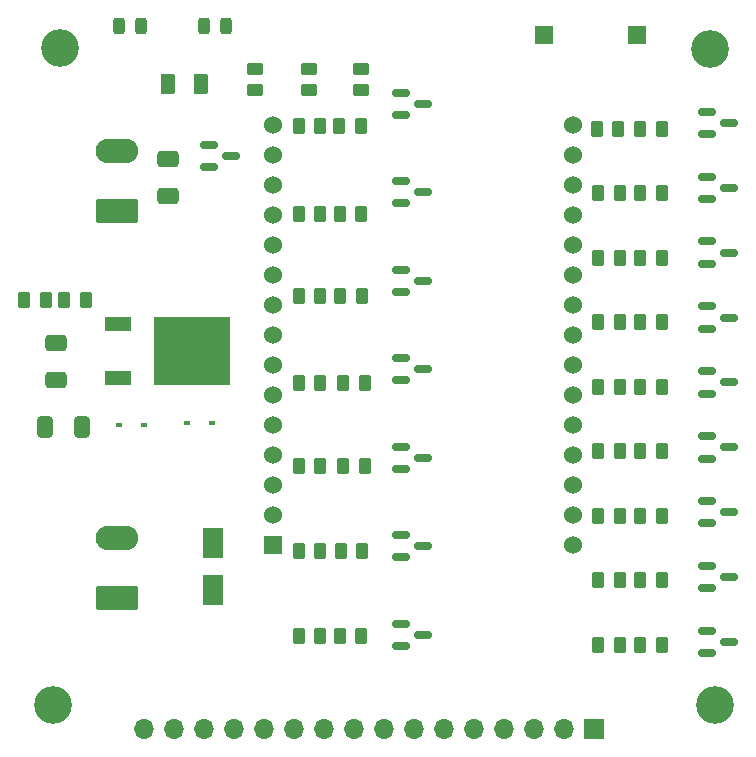
<source format=gbr>
%TF.GenerationSoftware,KiCad,Pcbnew,(6.0.10)*%
%TF.CreationDate,2023-04-05T19:00:52-05:00*%
%TF.ProjectId,pwm_pcb_v2,70776d5f-7063-4625-9f76-322e6b696361,rev?*%
%TF.SameCoordinates,Original*%
%TF.FileFunction,Soldermask,Top*%
%TF.FilePolarity,Negative*%
%FSLAX46Y46*%
G04 Gerber Fmt 4.6, Leading zero omitted, Abs format (unit mm)*
G04 Created by KiCad (PCBNEW (6.0.10)) date 2023-04-05 19:00:52*
%MOMM*%
%LPD*%
G01*
G04 APERTURE LIST*
G04 Aperture macros list*
%AMRoundRect*
0 Rectangle with rounded corners*
0 $1 Rounding radius*
0 $2 $3 $4 $5 $6 $7 $8 $9 X,Y pos of 4 corners*
0 Add a 4 corners polygon primitive as box body*
4,1,4,$2,$3,$4,$5,$6,$7,$8,$9,$2,$3,0*
0 Add four circle primitives for the rounded corners*
1,1,$1+$1,$2,$3*
1,1,$1+$1,$4,$5*
1,1,$1+$1,$6,$7*
1,1,$1+$1,$8,$9*
0 Add four rect primitives between the rounded corners*
20,1,$1+$1,$2,$3,$4,$5,0*
20,1,$1+$1,$4,$5,$6,$7,0*
20,1,$1+$1,$6,$7,$8,$9,0*
20,1,$1+$1,$8,$9,$2,$3,0*%
G04 Aperture macros list end*
%ADD10RoundRect,0.243750X0.243750X0.456250X-0.243750X0.456250X-0.243750X-0.456250X0.243750X-0.456250X0*%
%ADD11RoundRect,0.250000X-0.262500X-0.450000X0.262500X-0.450000X0.262500X0.450000X-0.262500X0.450000X0*%
%ADD12RoundRect,0.250000X0.412500X0.650000X-0.412500X0.650000X-0.412500X-0.650000X0.412500X-0.650000X0*%
%ADD13RoundRect,0.250000X0.262500X0.450000X-0.262500X0.450000X-0.262500X-0.450000X0.262500X-0.450000X0*%
%ADD14RoundRect,0.250000X0.450000X-0.262500X0.450000X0.262500X-0.450000X0.262500X-0.450000X-0.262500X0*%
%ADD15RoundRect,0.150000X-0.587500X-0.150000X0.587500X-0.150000X0.587500X0.150000X-0.587500X0.150000X0*%
%ADD16C,3.200000*%
%ADD17R,0.600000X0.450000*%
%ADD18RoundRect,0.250000X0.650000X-0.412500X0.650000X0.412500X-0.650000X0.412500X-0.650000X-0.412500X0*%
%ADD19R,1.800000X2.500000*%
%ADD20R,2.200000X1.200000*%
%ADD21R,6.400000X5.800000*%
%ADD22R,1.500000X1.500000*%
%ADD23RoundRect,0.250000X0.375000X0.625000X-0.375000X0.625000X-0.375000X-0.625000X0.375000X-0.625000X0*%
%ADD24R,1.700000X1.700000*%
%ADD25O,1.700000X1.700000*%
%ADD26RoundRect,0.249999X1.550001X-0.790001X1.550001X0.790001X-1.550001X0.790001X-1.550001X-0.790001X0*%
%ADD27O,3.600000X2.080000*%
%ADD28R,1.524000X1.524000*%
%ADD29C,1.524000*%
G04 APERTURE END LIST*
D10*
%TO.C,D2*%
X107137500Y-53000000D03*
X105262500Y-53000000D03*
%TD*%
%TO.C,D1*%
X99937500Y-53000000D03*
X98062500Y-53000000D03*
%TD*%
D11*
%TO.C,R13*%
X138637000Y-72644000D03*
X140462000Y-72644000D03*
%TD*%
D12*
%TO.C,C2*%
X94950000Y-87000000D03*
X91825000Y-87000000D03*
%TD*%
D11*
%TO.C,R26*%
X113291500Y-90254700D03*
X115116500Y-90254700D03*
%TD*%
D13*
%TO.C,R12*%
X144018000Y-67183000D03*
X142193000Y-67183000D03*
%TD*%
%TO.C,R7*%
X118545500Y-61468000D03*
X116720500Y-61468000D03*
%TD*%
D11*
%TO.C,R30*%
X113291500Y-104648000D03*
X115116500Y-104648000D03*
%TD*%
%TO.C,R17*%
X138637000Y-89027000D03*
X140462000Y-89027000D03*
%TD*%
D14*
%TO.C,R35*%
X118600000Y-58443500D03*
X118600000Y-56618500D03*
%TD*%
D11*
%TO.C,R25*%
X113291500Y-97451300D03*
X115116500Y-97451300D03*
%TD*%
D15*
%TO.C,Q1*%
X147858000Y-76742200D03*
X147858000Y-78642200D03*
X149733000Y-77692200D03*
%TD*%
D13*
%TO.C,R11*%
X144018000Y-61722000D03*
X142193000Y-61722000D03*
%TD*%
D16*
%TO.C,MH1*%
X93091000Y-54864000D03*
%TD*%
D17*
%TO.C,D3*%
X103850000Y-86600000D03*
X105950000Y-86600000D03*
%TD*%
D18*
%TO.C,C1*%
X102200000Y-67362500D03*
X102200000Y-64237500D03*
%TD*%
D15*
%TO.C,Q17*%
X105662500Y-63050000D03*
X105662500Y-64950000D03*
X107537500Y-64000000D03*
%TD*%
D11*
%TO.C,R14*%
X138637000Y-83566000D03*
X140462000Y-83566000D03*
%TD*%
D13*
%TO.C,R37*%
X91862500Y-76200000D03*
X90037500Y-76200000D03*
%TD*%
%TO.C,R36*%
X95262500Y-76200000D03*
X93437500Y-76200000D03*
%TD*%
D11*
%TO.C,R29*%
X113291500Y-83195500D03*
X115116500Y-83195500D03*
%TD*%
D15*
%TO.C,Q15*%
X121950000Y-81120000D03*
X121950000Y-83020000D03*
X123825000Y-82070000D03*
%TD*%
D17*
%TO.C,D5*%
X100200000Y-86800000D03*
X98100000Y-86800000D03*
%TD*%
D13*
%TO.C,R8*%
X118618000Y-75861300D03*
X116793000Y-75861300D03*
%TD*%
D15*
%TO.C,Q16*%
X121950000Y-103599000D03*
X121950000Y-105499000D03*
X123825000Y-104549000D03*
%TD*%
%TO.C,Q3*%
X121950000Y-58641000D03*
X121950000Y-60541000D03*
X123825000Y-59591000D03*
%TD*%
%TO.C,Q9*%
X147858000Y-87727700D03*
X147858000Y-89627700D03*
X149733000Y-88677700D03*
%TD*%
%TO.C,Q13*%
X121950000Y-96106000D03*
X121950000Y-98006000D03*
X123825000Y-97056000D03*
%TD*%
D13*
%TO.C,R20*%
X144018000Y-94488000D03*
X142193000Y-94488000D03*
%TD*%
D11*
%TO.C,R10*%
X138637000Y-67183000D03*
X140462000Y-67183000D03*
%TD*%
D13*
%TO.C,R16*%
X144018000Y-83566000D03*
X142193000Y-83566000D03*
%TD*%
D14*
%TO.C,R33*%
X109600000Y-58467000D03*
X109600000Y-56642000D03*
%TD*%
D15*
%TO.C,Q12*%
X147858000Y-104206000D03*
X147858000Y-106106000D03*
X149733000Y-105156000D03*
%TD*%
D13*
%TO.C,R28*%
X118872000Y-90254700D03*
X117047000Y-90254700D03*
%TD*%
D15*
%TO.C,Q6*%
X147858000Y-65756700D03*
X147858000Y-67656700D03*
X149733000Y-66706700D03*
%TD*%
%TO.C,Q4*%
X121950000Y-73627000D03*
X121950000Y-75527000D03*
X123825000Y-74577000D03*
%TD*%
D11*
%TO.C,R18*%
X138637000Y-94488000D03*
X140462000Y-94488000D03*
%TD*%
D19*
%TO.C,D4*%
X106000000Y-96800000D03*
X106000000Y-100800000D03*
%TD*%
D15*
%TO.C,Q5*%
X147858000Y-60264000D03*
X147858000Y-62164000D03*
X149733000Y-61214000D03*
%TD*%
D11*
%TO.C,R6*%
X113291500Y-75861300D03*
X115116500Y-75861300D03*
%TD*%
D13*
%TO.C,R31*%
X118872000Y-83195500D03*
X117047000Y-83195500D03*
%TD*%
D15*
%TO.C,Q10*%
X147858000Y-93220500D03*
X147858000Y-95120500D03*
X149733000Y-94170500D03*
%TD*%
D13*
%TO.C,R15*%
X144018000Y-72644000D03*
X142193000Y-72644000D03*
%TD*%
%TO.C,R4*%
X118578500Y-68893800D03*
X116753500Y-68893800D03*
%TD*%
D20*
%TO.C,U2*%
X97975000Y-78245000D03*
D21*
X104275000Y-80525000D03*
D20*
X97975000Y-82805000D03*
%TD*%
D13*
%TO.C,R23*%
X144018000Y-99949000D03*
X142193000Y-99949000D03*
%TD*%
D18*
%TO.C,C3*%
X92750000Y-83000000D03*
X92750000Y-79875000D03*
%TD*%
D15*
%TO.C,Q8*%
X147858000Y-82235000D03*
X147858000Y-84135000D03*
X149733000Y-83185000D03*
%TD*%
D11*
%TO.C,R2*%
X113291500Y-68893800D03*
X115116500Y-68893800D03*
%TD*%
%TO.C,R5*%
X113291500Y-61468000D03*
X115116500Y-61468000D03*
%TD*%
D16*
%TO.C,MH3*%
X92500000Y-110500000D03*
X92500000Y-110500000D03*
%TD*%
D13*
%TO.C,R19*%
X144018000Y-89027000D03*
X142193000Y-89027000D03*
%TD*%
D22*
%TO.C,SW1*%
X134100000Y-53800000D03*
X141900000Y-53800000D03*
%TD*%
D23*
%TO.C,F1*%
X105032000Y-57912000D03*
X102232000Y-57912000D03*
%TD*%
D15*
%TO.C,Q11*%
X147858000Y-98713200D03*
X147858000Y-100613200D03*
X149733000Y-99663200D03*
%TD*%
%TO.C,Q7*%
X147858000Y-71249500D03*
X147858000Y-73149500D03*
X149733000Y-72199500D03*
%TD*%
D16*
%TO.C,MH4*%
X148500000Y-110500000D03*
%TD*%
D15*
%TO.C,Q2*%
X121950000Y-66134000D03*
X121950000Y-68034000D03*
X123825000Y-67084000D03*
%TD*%
D14*
%TO.C,R34*%
X114200000Y-58467000D03*
X114200000Y-56642000D03*
%TD*%
D16*
%TO.C,MH2*%
X148082000Y-54991000D03*
%TD*%
D13*
%TO.C,R27*%
X118665000Y-97451300D03*
X116840000Y-97451300D03*
%TD*%
%TO.C,R32*%
X118594500Y-104648000D03*
X116769500Y-104648000D03*
%TD*%
D11*
%TO.C,R22*%
X138637000Y-105410000D03*
X140462000Y-105410000D03*
%TD*%
D15*
%TO.C,Q14*%
X121950000Y-88613000D03*
X121950000Y-90513000D03*
X123825000Y-89563000D03*
%TD*%
D13*
%TO.C,R24*%
X144018000Y-105410000D03*
X142193000Y-105410000D03*
%TD*%
D11*
%TO.C,R1*%
X138637000Y-78105000D03*
X140462000Y-78105000D03*
%TD*%
D13*
%TO.C,R3*%
X144018000Y-78105000D03*
X142193000Y-78105000D03*
%TD*%
D11*
%TO.C,R21*%
X138637000Y-99949000D03*
X140462000Y-99949000D03*
%TD*%
%TO.C,R9*%
X138533500Y-61722000D03*
X140358500Y-61722000D03*
%TD*%
D24*
%TO.C,J3*%
X138303000Y-112522000D03*
D25*
X135763000Y-112522000D03*
X133223000Y-112522000D03*
X130683000Y-112522000D03*
X128143000Y-112522000D03*
X125603000Y-112522000D03*
X123063000Y-112522000D03*
X120523000Y-112522000D03*
X117983000Y-112522000D03*
X115443000Y-112522000D03*
X112903000Y-112522000D03*
X110363000Y-112522000D03*
X107823000Y-112522000D03*
X105283000Y-112522000D03*
X102743000Y-112522000D03*
X100203000Y-112522000D03*
%TD*%
D26*
%TO.C,J2*%
X97877500Y-101400000D03*
D27*
X97877500Y-96320000D03*
%TD*%
D28*
%TO.C,U1*%
X111125000Y-96926000D03*
D29*
X111125000Y-94386000D03*
X111125000Y-91846000D03*
X111125000Y-89306000D03*
X111125000Y-86766000D03*
X111125000Y-84226000D03*
X111125000Y-81686000D03*
X111125000Y-79146000D03*
X111125000Y-76606000D03*
X111125000Y-74066000D03*
X111125000Y-71526000D03*
X111125000Y-68986000D03*
X111125000Y-66446000D03*
X111125000Y-63906000D03*
X111125000Y-61366000D03*
X136525000Y-61366000D03*
X136525000Y-63906000D03*
X136525000Y-66446000D03*
X136525000Y-68986000D03*
X136525000Y-71526000D03*
X136525000Y-74066000D03*
X136525000Y-76606000D03*
X136525000Y-79146000D03*
X136525000Y-81686000D03*
X136525000Y-84226000D03*
X136525000Y-86766000D03*
X136525000Y-89306000D03*
X136525000Y-91846000D03*
X136525000Y-94386000D03*
X136525000Y-96926000D03*
%TD*%
D26*
%TO.C,J1*%
X97877500Y-68680000D03*
D27*
X97877500Y-63600000D03*
%TD*%
M02*

</source>
